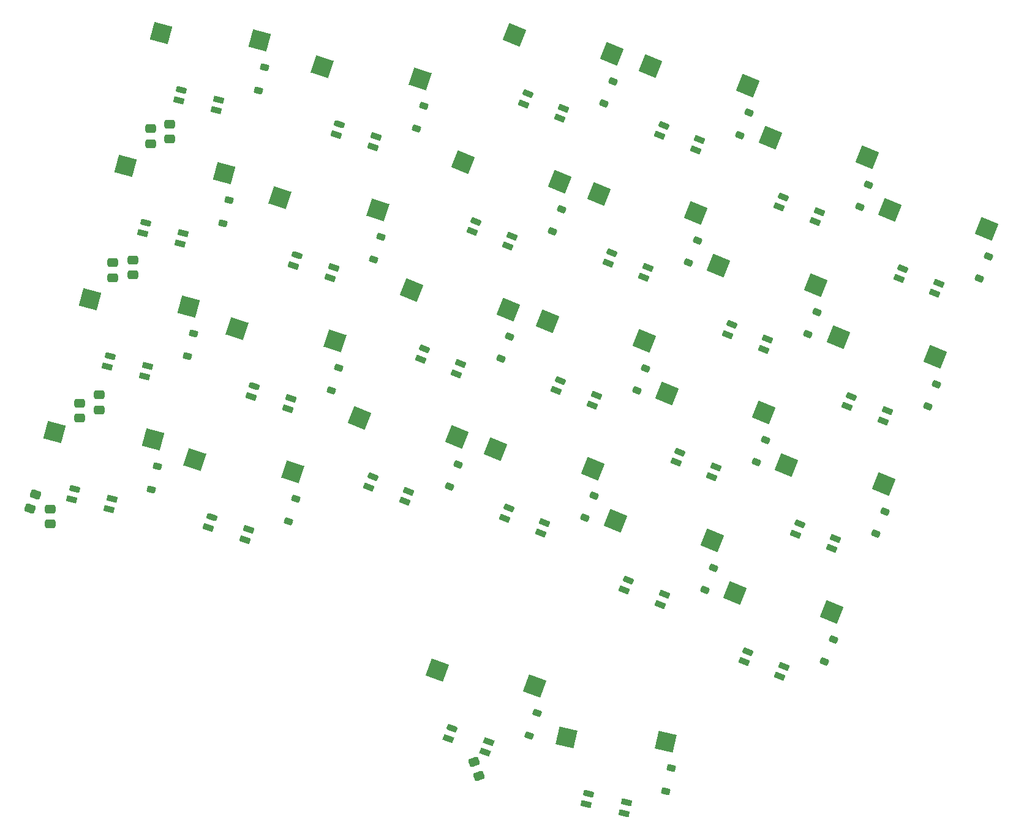
<source format=gbr>
%TF.GenerationSoftware,KiCad,Pcbnew,9.0.5*%
%TF.CreationDate,2025-10-09T16:25:36-06:00*%
%TF.ProjectId,ergo-kola (left),6572676f-2d6b-46f6-9c61-20286c656674,rev?*%
%TF.SameCoordinates,Original*%
%TF.FileFunction,Paste,Bot*%
%TF.FilePolarity,Positive*%
%FSLAX46Y46*%
G04 Gerber Fmt 4.6, Leading zero omitted, Abs format (unit mm)*
G04 Created by KiCad (PCBNEW 9.0.5) date 2025-10-09 16:25:36*
%MOMM*%
%LPD*%
G01*
G04 APERTURE LIST*
G04 Aperture macros list*
%AMRoundRect*
0 Rectangle with rounded corners*
0 $1 Rounding radius*
0 $2 $3 $4 $5 $6 $7 $8 $9 X,Y pos of 4 corners*
0 Add a 4 corners polygon primitive as box body*
4,1,4,$2,$3,$4,$5,$6,$7,$8,$9,$2,$3,0*
0 Add four circle primitives for the rounded corners*
1,1,$1+$1,$2,$3*
1,1,$1+$1,$4,$5*
1,1,$1+$1,$6,$7*
1,1,$1+$1,$8,$9*
0 Add four rect primitives between the rounded corners*
20,1,$1+$1,$2,$3,$4,$5,0*
20,1,$1+$1,$4,$5,$6,$7,0*
20,1,$1+$1,$6,$7,$8,$9,0*
20,1,$1+$1,$8,$9,$2,$3,0*%
%AMRotRect*
0 Rectangle, with rotation*
0 The origin of the aperture is its center*
0 $1 length*
0 $2 width*
0 $3 Rotation angle, in degrees counterclockwise*
0 Add horizontal line*
21,1,$1,$2,0,0,$3*%
G04 Aperture macros list end*
%ADD10RotRect,2.550000X2.500000X347.000000*%
%ADD11RotRect,2.550000X2.500000X338.000000*%
%ADD12RotRect,2.550000X2.500000X342.000000*%
%ADD13RotRect,2.550000X2.500000X345.000000*%
%ADD14RotRect,2.550000X2.500000X340.000000*%
%ADD15RotRect,1.450000X0.820000X162.000000*%
%ADD16RoundRect,0.205000X0.557898X0.034278X-0.431201X0.355655X-0.557898X-0.034278X0.431201X-0.355655X0*%
%ADD17RoundRect,0.225000X0.263407X-0.349094X0.431980X0.068139X-0.263407X0.349094X-0.431980X-0.068139X0*%
%ADD18RoundRect,0.225000X0.287117X-0.329869X0.426175X0.098106X-0.287117X0.329869X-0.426175X-0.098106X0*%
%ADD19RoundRect,0.250000X0.475000X-0.337500X0.475000X0.337500X-0.475000X0.337500X-0.475000X-0.337500X0*%
%ADD20RotRect,1.450000X0.820000X165.000000*%
%ADD21RoundRect,0.205000X0.555339X0.063429X-0.449224X0.332601X-0.555339X-0.063429X0.449224X-0.332601X0*%
%ADD22RotRect,1.450000X0.820000X158.000000*%
%ADD23RoundRect,0.205000X0.558930X-0.004723X-0.405341X0.384868X-0.558930X0.004723X0.405341X-0.384868X0*%
%ADD24RotRect,1.450000X0.820000X160.000000*%
%ADD25RoundRect,0.205000X0.558754X0.014787X-0.418526X0.370487X-0.558754X-0.014787X0.418526X-0.370487X0*%
%ADD26RoundRect,0.225000X0.303988X-0.314390X0.420456X0.120276X-0.303988X0.314390X-0.420456X-0.120276X0*%
%ADD27RotRect,1.450000X0.820000X167.000000*%
%ADD28RoundRect,0.205000X0.552787X0.082771X-0.460557X0.316720X-0.552787X-0.082771X0.460557X-0.316720X0*%
%ADD29RoundRect,0.250000X0.561786X-0.154687X0.330922X0.479606X-0.561786X0.154687X-0.330922X-0.479606X0*%
%ADD30RoundRect,0.225000X0.275430X-0.339688X0.429339X0.083173X-0.275430X0.339688X-0.429339X-0.083173X0*%
%ADD31RoundRect,0.225000X0.314775X-0.303590X0.416003X0.134877X-0.314775X0.303590X-0.416003X-0.134877X0*%
%ADD32RoundRect,0.250000X0.330922X-0.479606X0.561786X0.154687X-0.330922X0.479606X-0.561786X-0.154687X0*%
G04 APERTURE END LIST*
D10*
%TO.C,SW51*%
X106693211Y-131201033D03*
X120345505Y-131746101D03*
%TD*%
D11*
%TO.C,SW27*%
X104022351Y-73650850D03*
X117421295Y-76324897D03*
%TD*%
%TO.C,SW15*%
X111158596Y-55987995D03*
X124557540Y-58662042D03*
%TD*%
%TO.C,SW9*%
X134830945Y-48250266D03*
X148229889Y-50924313D03*
%TD*%
%TO.C,SW43*%
X137094504Y-93501103D03*
X150493448Y-96175149D03*
%TD*%
%TO.C,SW33*%
X120558418Y-83575976D03*
X133957362Y-86250023D03*
%TD*%
%TO.C,SW39*%
X96886088Y-91313705D03*
X110285032Y-93987752D03*
%TD*%
%TO.C,SW45*%
X113422174Y-101238831D03*
X126821118Y-103912878D03*
%TD*%
%TO.C,SW13*%
X92368971Y-51640613D03*
X105767915Y-54314661D03*
%TD*%
D12*
%TO.C,SW29*%
X61146532Y-74590659D03*
X74699369Y-76323528D03*
%TD*%
D13*
%TO.C,SW37*%
X35858384Y-88931370D03*
X49483339Y-89952564D03*
%TD*%
D11*
%TO.C,SW23*%
X85232727Y-69303468D03*
X98631671Y-71977515D03*
%TD*%
D13*
%TO.C,SW25*%
X40788885Y-70530479D03*
X54413841Y-71551673D03*
%TD*%
D11*
%TO.C,SW35*%
X78096463Y-86966324D03*
X91495407Y-89640371D03*
%TD*%
D12*
%TO.C,SW5*%
X72920080Y-38355406D03*
X86472917Y-40088275D03*
%TD*%
D11*
%TO.C,SW21*%
X127694681Y-65913121D03*
X141093625Y-68587168D03*
%TD*%
D12*
%TO.C,SW41*%
X55259758Y-92708276D03*
X68812595Y-94441145D03*
%TD*%
D13*
%TO.C,SW1*%
X50649890Y-33728700D03*
X64274844Y-34749893D03*
%TD*%
D11*
%TO.C,SW7*%
X118294859Y-38325140D03*
X131693803Y-40999188D03*
%TD*%
%TO.C,SW3*%
X99505235Y-33977759D03*
X112904178Y-36651805D03*
%TD*%
D12*
%TO.C,SW17*%
X67033306Y-56473023D03*
X80586143Y-58205892D03*
%TD*%
D11*
%TO.C,SW47*%
X129958241Y-111163959D03*
X143357185Y-113838005D03*
%TD*%
D13*
%TO.C,SW11*%
X45719388Y-52129589D03*
X59344343Y-53150782D03*
%TD*%
D14*
%TO.C,SW49*%
X88785770Y-121844103D03*
X102269876Y-124048904D03*
%TD*%
D11*
%TO.C,SW31*%
X144230748Y-75838248D03*
X157629692Y-78512294D03*
%TD*%
%TO.C,SW19*%
X151367012Y-58175393D03*
X164765956Y-60849439D03*
%TD*%
D15*
%TO.C,L41*%
X62258511Y-103804076D03*
X62722037Y-102377491D03*
D16*
X57633885Y-100724250D03*
D15*
X57170359Y-102150835D03*
%TD*%
D17*
%TO.C,D43*%
X149460475Y-103016339D03*
X150696677Y-99956633D03*
%TD*%
D18*
%TO.C,D5*%
X85919678Y-46984857D03*
X86939434Y-43846371D03*
%TD*%
D19*
%TO.C,C1*%
X49149000Y-49043500D03*
X49149000Y-46968500D03*
%TD*%
D18*
%TO.C,D41*%
X68259356Y-101337727D03*
X69279112Y-98199241D03*
%TD*%
D17*
%TO.C,D13*%
X104734942Y-61155850D03*
X105971144Y-58096144D03*
%TD*%
%TO.C,D39*%
X109252059Y-100828942D03*
X110488261Y-97769236D03*
%TD*%
D20*
%TO.C,L37*%
X43428254Y-99645677D03*
X43816483Y-98196789D03*
D21*
X38648780Y-96812107D03*
D20*
X38260551Y-98260995D03*
%TD*%
D17*
%TO.C,D23*%
X97598698Y-78818705D03*
X98834900Y-75758999D03*
%TD*%
D22*
%TO.C,L21*%
X133902382Y-77470101D03*
X134464292Y-76079325D03*
D23*
X129503858Y-74075179D03*
D22*
X128941948Y-75465955D03*
%TD*%
D15*
%TO.C,L29*%
X68145285Y-85686459D03*
X68608811Y-84259874D03*
D16*
X63520659Y-82606633D03*
D15*
X63057133Y-84033218D03*
%TD*%
D24*
%TO.C,L49*%
X95393024Y-133177396D03*
X95906054Y-131767857D03*
D25*
X90878698Y-129938050D03*
D24*
X90365668Y-131347589D03*
%TD*%
D22*
%TO.C,L23*%
X91440428Y-80860448D03*
X92002338Y-79469672D03*
D23*
X87041904Y-77465526D03*
D22*
X86479994Y-78856302D03*
%TD*%
%TO.C,L35*%
X84304164Y-98523304D03*
X84866074Y-97132528D03*
D23*
X79905640Y-95128382D03*
D22*
X79343730Y-96519158D03*
%TD*%
D20*
%TO.C,L11*%
X53289258Y-62843896D03*
X53677487Y-61395008D03*
D21*
X48509784Y-60010326D03*
D20*
X48121555Y-61459214D03*
%TD*%
D22*
%TO.C,L15*%
X117366297Y-67544975D03*
X117928207Y-66154199D03*
D23*
X112967773Y-64150053D03*
D22*
X112405863Y-65540829D03*
%TD*%
D17*
%TO.C,D3*%
X111871205Y-43492995D03*
X113107407Y-40433289D03*
%TD*%
D22*
%TO.C,L13*%
X98576672Y-63197593D03*
X99138582Y-61806817D03*
D23*
X94178148Y-59802671D03*
D22*
X93616238Y-61193447D03*
%TD*%
D26*
%TO.C,D11*%
X59152802Y-60066869D03*
X60006902Y-56879313D03*
%TD*%
D17*
%TO.C,D7*%
X130660830Y-47840377D03*
X131897032Y-44780671D03*
%TD*%
D18*
%TO.C,D17*%
X80032904Y-65102474D03*
X81052660Y-61963988D03*
%TD*%
D22*
%TO.C,L9*%
X141038646Y-59807246D03*
X141600556Y-58416470D03*
D23*
X136640122Y-56412324D03*
D22*
X136078212Y-57803100D03*
%TD*%
%TO.C,L43*%
X143302205Y-105058082D03*
X143864115Y-103667306D03*
D23*
X138903681Y-101663160D03*
D22*
X138341771Y-103053936D03*
%TD*%
D17*
%TO.C,D9*%
X147196916Y-57765503D03*
X148433118Y-54705797D03*
%TD*%
D22*
%TO.C,L19*%
X157574713Y-69732372D03*
X158136623Y-68341596D03*
D23*
X153176189Y-66337450D03*
D22*
X152614279Y-67728226D03*
%TD*%
D19*
%TO.C,C6*%
X42037000Y-85852000D03*
X42037000Y-83777000D03*
%TD*%
D17*
%TO.C,D21*%
X140060652Y-75428358D03*
X141296854Y-72368652D03*
%TD*%
D20*
%TO.C,L1*%
X58219760Y-44443006D03*
X58607989Y-42994118D03*
D21*
X53440286Y-41609436D03*
D20*
X53052057Y-43058324D03*
%TD*%
D17*
%TO.C,D27*%
X116388322Y-83166087D03*
X117624524Y-80106381D03*
%TD*%
D22*
%TO.C,L47*%
X136165942Y-122720938D03*
X136727852Y-121330162D03*
D23*
X131767418Y-119326016D03*
D22*
X131205508Y-120716792D03*
%TD*%
D26*
%TO.C,D1*%
X64083304Y-41665979D03*
X64937404Y-38478423D03*
%TD*%
D17*
%TO.C,D19*%
X163732983Y-67690629D03*
X164969185Y-64630923D03*
%TD*%
D15*
%TO.C,L17*%
X74032059Y-67568823D03*
X74495585Y-66142238D03*
D16*
X69407433Y-64488997D03*
D15*
X68943907Y-65915582D03*
%TD*%
D20*
%TO.C,L25*%
X48358756Y-81244786D03*
X48746985Y-79795898D03*
D21*
X43579282Y-78411216D03*
D20*
X43191053Y-79860104D03*
%TD*%
D27*
%TO.C,L51*%
X114632395Y-141644629D03*
X114969821Y-140183074D03*
D28*
X109756941Y-138979585D03*
D27*
X109419515Y-140441140D03*
%TD*%
D19*
%TO.C,C5*%
X39370000Y-86995000D03*
X39370000Y-84920000D03*
%TD*%
D17*
%TO.C,D31*%
X156596719Y-85353484D03*
X157832921Y-82293778D03*
%TD*%
%TO.C,D47*%
X142324212Y-120679195D03*
X143560414Y-117619489D03*
%TD*%
%TO.C,D45*%
X125788145Y-110754068D03*
X127024347Y-107694362D03*
%TD*%
D19*
%TO.C,C4*%
X46736000Y-67183000D03*
X46736000Y-65108000D03*
%TD*%
D22*
%TO.C,L3*%
X105712935Y-45534738D03*
X106274845Y-44143962D03*
D23*
X101314411Y-42139816D03*
D22*
X100752501Y-43530592D03*
%TD*%
D15*
%TO.C,L5*%
X79918833Y-49451206D03*
X80382359Y-48024621D03*
D16*
X75294207Y-46371380D03*
D15*
X74830681Y-47797965D03*
%TD*%
D22*
%TO.C,L31*%
X150438449Y-87395227D03*
X151000359Y-86004451D03*
D23*
X146039925Y-84000305D03*
D22*
X145478015Y-85391081D03*
%TD*%
D17*
%TO.C,D33*%
X132924389Y-93091213D03*
X134160591Y-90031507D03*
%TD*%
D26*
%TO.C,D25*%
X54222300Y-78467759D03*
X55076400Y-75280203D03*
%TD*%
D22*
%TO.C,L33*%
X126766119Y-95132956D03*
X127328029Y-93742180D03*
D23*
X122367595Y-91738034D03*
D22*
X121805685Y-93128810D03*
%TD*%
D17*
%TO.C,D35*%
X90462434Y-96481561D03*
X91698636Y-93421855D03*
%TD*%
D19*
%TO.C,C3*%
X43942000Y-67564000D03*
X43942000Y-65489000D03*
%TD*%
D29*
%TO.C,C9*%
X94588846Y-136483931D03*
X93879154Y-134534069D03*
%TD*%
D19*
%TO.C,C2*%
X51816000Y-48408500D03*
X51816000Y-46333500D03*
%TD*%
%TO.C,C8*%
X35306000Y-101643000D03*
X35306000Y-99568000D03*
%TD*%
D22*
%TO.C,L45*%
X119629875Y-112795811D03*
X120191785Y-111405035D03*
D23*
X115231351Y-109400889D03*
D22*
X114669441Y-110791665D03*
%TD*%
%TO.C,L7*%
X124502560Y-49882120D03*
X125064470Y-48491344D03*
D23*
X120104036Y-46487198D03*
D22*
X119542126Y-47877974D03*
%TD*%
D17*
%TO.C,D15*%
X123524567Y-65503232D03*
X124760769Y-62443526D03*
%TD*%
D22*
%TO.C,L27*%
X110230052Y-85207830D03*
X110791962Y-83817054D03*
D23*
X105831528Y-81812908D03*
D22*
X105269618Y-83203684D03*
%TD*%
D30*
%TO.C,D49*%
X101476287Y-130921977D03*
X102604953Y-127820991D03*
%TD*%
D31*
%TO.C,D51*%
X120395448Y-138664658D03*
X121137786Y-135449236D03*
%TD*%
D22*
%TO.C,L39*%
X103093789Y-102870685D03*
X103655699Y-101479909D03*
D23*
X98695265Y-99475763D03*
D22*
X98133355Y-100866539D03*
%TD*%
D32*
%TO.C,C7*%
X32538154Y-99526931D03*
X33247846Y-97577069D03*
%TD*%
D26*
%TO.C,D37*%
X49291798Y-96868650D03*
X50145898Y-93681094D03*
%TD*%
D18*
%TO.C,D29*%
X74146130Y-83220110D03*
X75165886Y-80081624D03*
%TD*%
M02*

</source>
